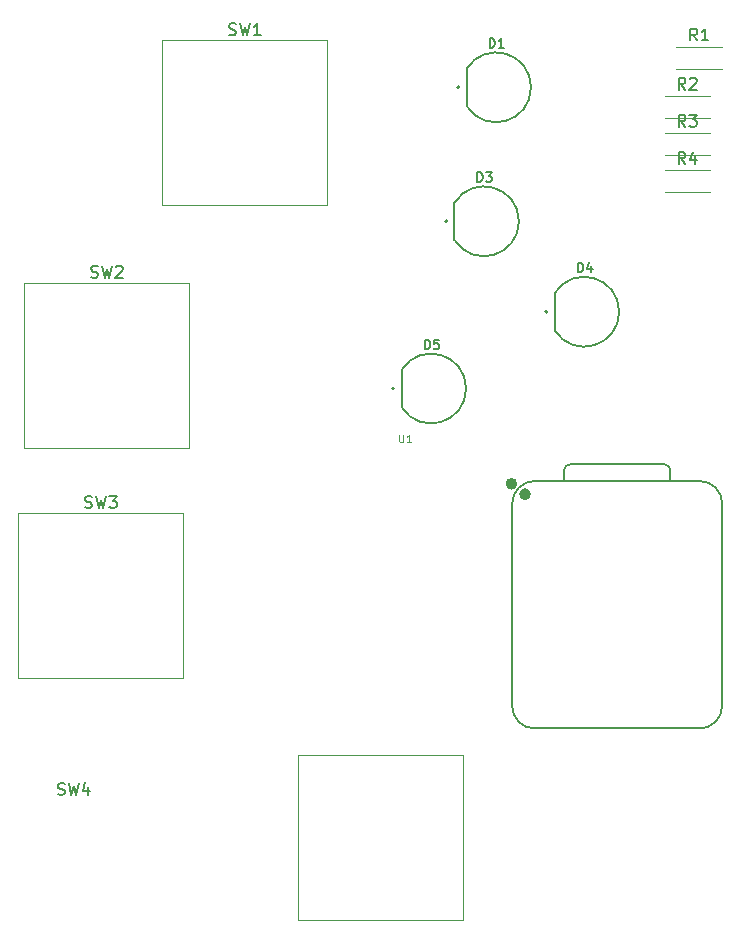
<source format=gbr>
%TF.GenerationSoftware,KiCad,Pcbnew,9.0.2*%
%TF.CreationDate,2025-07-04T20:25:53-04:00*%
%TF.ProjectId,Hack club,4861636b-2063-46c7-9562-2e6b69636164,rev?*%
%TF.SameCoordinates,Original*%
%TF.FileFunction,Legend,Top*%
%TF.FilePolarity,Positive*%
%FSLAX46Y46*%
G04 Gerber Fmt 4.6, Leading zero omitted, Abs format (unit mm)*
G04 Created by KiCad (PCBNEW 9.0.2) date 2025-07-04 20:25:53*
%MOMM*%
%LPD*%
G01*
G04 APERTURE LIST*
%ADD10C,0.150000*%
%ADD11C,0.101600*%
%ADD12C,0.120000*%
%ADD13C,0.127000*%
%ADD14C,0.200000*%
%ADD15C,0.100000*%
%ADD16C,0.504000*%
G04 APERTURE END LIST*
D10*
X87805667Y-91173700D02*
X87948524Y-91221319D01*
X87948524Y-91221319D02*
X88186619Y-91221319D01*
X88186619Y-91221319D02*
X88281857Y-91173700D01*
X88281857Y-91173700D02*
X88329476Y-91126080D01*
X88329476Y-91126080D02*
X88377095Y-91030842D01*
X88377095Y-91030842D02*
X88377095Y-90935604D01*
X88377095Y-90935604D02*
X88329476Y-90840366D01*
X88329476Y-90840366D02*
X88281857Y-90792747D01*
X88281857Y-90792747D02*
X88186619Y-90745128D01*
X88186619Y-90745128D02*
X87996143Y-90697509D01*
X87996143Y-90697509D02*
X87900905Y-90649890D01*
X87900905Y-90649890D02*
X87853286Y-90602271D01*
X87853286Y-90602271D02*
X87805667Y-90507033D01*
X87805667Y-90507033D02*
X87805667Y-90411795D01*
X87805667Y-90411795D02*
X87853286Y-90316557D01*
X87853286Y-90316557D02*
X87900905Y-90268938D01*
X87900905Y-90268938D02*
X87996143Y-90221319D01*
X87996143Y-90221319D02*
X88234238Y-90221319D01*
X88234238Y-90221319D02*
X88377095Y-90268938D01*
X88710429Y-90221319D02*
X88948524Y-91221319D01*
X88948524Y-91221319D02*
X89139000Y-90507033D01*
X89139000Y-90507033D02*
X89329476Y-91221319D01*
X89329476Y-91221319D02*
X89567572Y-90221319D01*
X89853286Y-90221319D02*
X90472333Y-90221319D01*
X90472333Y-90221319D02*
X90139000Y-90602271D01*
X90139000Y-90602271D02*
X90281857Y-90602271D01*
X90281857Y-90602271D02*
X90377095Y-90649890D01*
X90377095Y-90649890D02*
X90424714Y-90697509D01*
X90424714Y-90697509D02*
X90472333Y-90792747D01*
X90472333Y-90792747D02*
X90472333Y-91030842D01*
X90472333Y-91030842D02*
X90424714Y-91126080D01*
X90424714Y-91126080D02*
X90377095Y-91173700D01*
X90377095Y-91173700D02*
X90281857Y-91221319D01*
X90281857Y-91221319D02*
X89996143Y-91221319D01*
X89996143Y-91221319D02*
X89900905Y-91173700D01*
X89900905Y-91173700D02*
X89853286Y-91126080D01*
X121023524Y-63597030D02*
X121023524Y-62797030D01*
X121023524Y-62797030D02*
X121214000Y-62797030D01*
X121214000Y-62797030D02*
X121328286Y-62835125D01*
X121328286Y-62835125D02*
X121404476Y-62911315D01*
X121404476Y-62911315D02*
X121442571Y-62987506D01*
X121442571Y-62987506D02*
X121480667Y-63139887D01*
X121480667Y-63139887D02*
X121480667Y-63254173D01*
X121480667Y-63254173D02*
X121442571Y-63406554D01*
X121442571Y-63406554D02*
X121404476Y-63482744D01*
X121404476Y-63482744D02*
X121328286Y-63558935D01*
X121328286Y-63558935D02*
X121214000Y-63597030D01*
X121214000Y-63597030D02*
X121023524Y-63597030D01*
X121747333Y-62797030D02*
X122242571Y-62797030D01*
X122242571Y-62797030D02*
X121975905Y-63101792D01*
X121975905Y-63101792D02*
X122090190Y-63101792D01*
X122090190Y-63101792D02*
X122166381Y-63139887D01*
X122166381Y-63139887D02*
X122204476Y-63177982D01*
X122204476Y-63177982D02*
X122242571Y-63254173D01*
X122242571Y-63254173D02*
X122242571Y-63444649D01*
X122242571Y-63444649D02*
X122204476Y-63520839D01*
X122204476Y-63520839D02*
X122166381Y-63558935D01*
X122166381Y-63558935D02*
X122090190Y-63597030D01*
X122090190Y-63597030D02*
X121861619Y-63597030D01*
X121861619Y-63597030D02*
X121785428Y-63558935D01*
X121785428Y-63558935D02*
X121747333Y-63520839D01*
X85495667Y-115453700D02*
X85638524Y-115501319D01*
X85638524Y-115501319D02*
X85876619Y-115501319D01*
X85876619Y-115501319D02*
X85971857Y-115453700D01*
X85971857Y-115453700D02*
X86019476Y-115406080D01*
X86019476Y-115406080D02*
X86067095Y-115310842D01*
X86067095Y-115310842D02*
X86067095Y-115215604D01*
X86067095Y-115215604D02*
X86019476Y-115120366D01*
X86019476Y-115120366D02*
X85971857Y-115072747D01*
X85971857Y-115072747D02*
X85876619Y-115025128D01*
X85876619Y-115025128D02*
X85686143Y-114977509D01*
X85686143Y-114977509D02*
X85590905Y-114929890D01*
X85590905Y-114929890D02*
X85543286Y-114882271D01*
X85543286Y-114882271D02*
X85495667Y-114787033D01*
X85495667Y-114787033D02*
X85495667Y-114691795D01*
X85495667Y-114691795D02*
X85543286Y-114596557D01*
X85543286Y-114596557D02*
X85590905Y-114548938D01*
X85590905Y-114548938D02*
X85686143Y-114501319D01*
X85686143Y-114501319D02*
X85924238Y-114501319D01*
X85924238Y-114501319D02*
X86067095Y-114548938D01*
X86400429Y-114501319D02*
X86638524Y-115501319D01*
X86638524Y-115501319D02*
X86829000Y-114787033D01*
X86829000Y-114787033D02*
X87019476Y-115501319D01*
X87019476Y-115501319D02*
X87257572Y-114501319D01*
X88067095Y-114834652D02*
X88067095Y-115501319D01*
X87829000Y-114453700D02*
X87590905Y-115167985D01*
X87590905Y-115167985D02*
X88209952Y-115167985D01*
X129508524Y-71254795D02*
X129508524Y-70454795D01*
X129508524Y-70454795D02*
X129699000Y-70454795D01*
X129699000Y-70454795D02*
X129813286Y-70492890D01*
X129813286Y-70492890D02*
X129889476Y-70569080D01*
X129889476Y-70569080D02*
X129927571Y-70645271D01*
X129927571Y-70645271D02*
X129965667Y-70797652D01*
X129965667Y-70797652D02*
X129965667Y-70911938D01*
X129965667Y-70911938D02*
X129927571Y-71064319D01*
X129927571Y-71064319D02*
X129889476Y-71140509D01*
X129889476Y-71140509D02*
X129813286Y-71216700D01*
X129813286Y-71216700D02*
X129699000Y-71254795D01*
X129699000Y-71254795D02*
X129508524Y-71254795D01*
X130651381Y-70721461D02*
X130651381Y-71254795D01*
X130460905Y-70416700D02*
X130270428Y-70988128D01*
X130270428Y-70988128D02*
X130765667Y-70988128D01*
D11*
X114386190Y-85000608D02*
X114386190Y-85514655D01*
X114386190Y-85514655D02*
X114416428Y-85575131D01*
X114416428Y-85575131D02*
X114446666Y-85605370D01*
X114446666Y-85605370D02*
X114507142Y-85635608D01*
X114507142Y-85635608D02*
X114628095Y-85635608D01*
X114628095Y-85635608D02*
X114688571Y-85605370D01*
X114688571Y-85605370D02*
X114718809Y-85575131D01*
X114718809Y-85575131D02*
X114749047Y-85514655D01*
X114749047Y-85514655D02*
X114749047Y-85000608D01*
X115384047Y-85635608D02*
X115021190Y-85635608D01*
X115202618Y-85635608D02*
X115202618Y-85000608D01*
X115202618Y-85000608D02*
X115142142Y-85091322D01*
X115142142Y-85091322D02*
X115081666Y-85151798D01*
X115081666Y-85151798D02*
X115021190Y-85182036D01*
D10*
X88305667Y-71673700D02*
X88448524Y-71721319D01*
X88448524Y-71721319D02*
X88686619Y-71721319D01*
X88686619Y-71721319D02*
X88781857Y-71673700D01*
X88781857Y-71673700D02*
X88829476Y-71626080D01*
X88829476Y-71626080D02*
X88877095Y-71530842D01*
X88877095Y-71530842D02*
X88877095Y-71435604D01*
X88877095Y-71435604D02*
X88829476Y-71340366D01*
X88829476Y-71340366D02*
X88781857Y-71292747D01*
X88781857Y-71292747D02*
X88686619Y-71245128D01*
X88686619Y-71245128D02*
X88496143Y-71197509D01*
X88496143Y-71197509D02*
X88400905Y-71149890D01*
X88400905Y-71149890D02*
X88353286Y-71102271D01*
X88353286Y-71102271D02*
X88305667Y-71007033D01*
X88305667Y-71007033D02*
X88305667Y-70911795D01*
X88305667Y-70911795D02*
X88353286Y-70816557D01*
X88353286Y-70816557D02*
X88400905Y-70768938D01*
X88400905Y-70768938D02*
X88496143Y-70721319D01*
X88496143Y-70721319D02*
X88734238Y-70721319D01*
X88734238Y-70721319D02*
X88877095Y-70768938D01*
X89210429Y-70721319D02*
X89448524Y-71721319D01*
X89448524Y-71721319D02*
X89639000Y-71007033D01*
X89639000Y-71007033D02*
X89829476Y-71721319D01*
X89829476Y-71721319D02*
X90067572Y-70721319D01*
X90400905Y-70816557D02*
X90448524Y-70768938D01*
X90448524Y-70768938D02*
X90543762Y-70721319D01*
X90543762Y-70721319D02*
X90781857Y-70721319D01*
X90781857Y-70721319D02*
X90877095Y-70768938D01*
X90877095Y-70768938D02*
X90924714Y-70816557D01*
X90924714Y-70816557D02*
X90972333Y-70911795D01*
X90972333Y-70911795D02*
X90972333Y-71007033D01*
X90972333Y-71007033D02*
X90924714Y-71149890D01*
X90924714Y-71149890D02*
X90353286Y-71721319D01*
X90353286Y-71721319D02*
X90972333Y-71721319D01*
X138622333Y-55785319D02*
X138289000Y-55309128D01*
X138050905Y-55785319D02*
X138050905Y-54785319D01*
X138050905Y-54785319D02*
X138431857Y-54785319D01*
X138431857Y-54785319D02*
X138527095Y-54832938D01*
X138527095Y-54832938D02*
X138574714Y-54880557D01*
X138574714Y-54880557D02*
X138622333Y-54975795D01*
X138622333Y-54975795D02*
X138622333Y-55118652D01*
X138622333Y-55118652D02*
X138574714Y-55213890D01*
X138574714Y-55213890D02*
X138527095Y-55261509D01*
X138527095Y-55261509D02*
X138431857Y-55309128D01*
X138431857Y-55309128D02*
X138050905Y-55309128D01*
X139003286Y-54880557D02*
X139050905Y-54832938D01*
X139050905Y-54832938D02*
X139146143Y-54785319D01*
X139146143Y-54785319D02*
X139384238Y-54785319D01*
X139384238Y-54785319D02*
X139479476Y-54832938D01*
X139479476Y-54832938D02*
X139527095Y-54880557D01*
X139527095Y-54880557D02*
X139574714Y-54975795D01*
X139574714Y-54975795D02*
X139574714Y-55071033D01*
X139574714Y-55071033D02*
X139527095Y-55213890D01*
X139527095Y-55213890D02*
X138955667Y-55785319D01*
X138955667Y-55785319D02*
X139574714Y-55785319D01*
X116548524Y-77754795D02*
X116548524Y-76954795D01*
X116548524Y-76954795D02*
X116739000Y-76954795D01*
X116739000Y-76954795D02*
X116853286Y-76992890D01*
X116853286Y-76992890D02*
X116929476Y-77069080D01*
X116929476Y-77069080D02*
X116967571Y-77145271D01*
X116967571Y-77145271D02*
X117005667Y-77297652D01*
X117005667Y-77297652D02*
X117005667Y-77411938D01*
X117005667Y-77411938D02*
X116967571Y-77564319D01*
X116967571Y-77564319D02*
X116929476Y-77640509D01*
X116929476Y-77640509D02*
X116853286Y-77716700D01*
X116853286Y-77716700D02*
X116739000Y-77754795D01*
X116739000Y-77754795D02*
X116548524Y-77754795D01*
X117729476Y-76954795D02*
X117348524Y-76954795D01*
X117348524Y-76954795D02*
X117310428Y-77335747D01*
X117310428Y-77335747D02*
X117348524Y-77297652D01*
X117348524Y-77297652D02*
X117424714Y-77259557D01*
X117424714Y-77259557D02*
X117615190Y-77259557D01*
X117615190Y-77259557D02*
X117691381Y-77297652D01*
X117691381Y-77297652D02*
X117729476Y-77335747D01*
X117729476Y-77335747D02*
X117767571Y-77411938D01*
X117767571Y-77411938D02*
X117767571Y-77602414D01*
X117767571Y-77602414D02*
X117729476Y-77678604D01*
X117729476Y-77678604D02*
X117691381Y-77716700D01*
X117691381Y-77716700D02*
X117615190Y-77754795D01*
X117615190Y-77754795D02*
X117424714Y-77754795D01*
X117424714Y-77754795D02*
X117348524Y-77716700D01*
X117348524Y-77716700D02*
X117310428Y-77678604D01*
X122048524Y-52254795D02*
X122048524Y-51454795D01*
X122048524Y-51454795D02*
X122239000Y-51454795D01*
X122239000Y-51454795D02*
X122353286Y-51492890D01*
X122353286Y-51492890D02*
X122429476Y-51569080D01*
X122429476Y-51569080D02*
X122467571Y-51645271D01*
X122467571Y-51645271D02*
X122505667Y-51797652D01*
X122505667Y-51797652D02*
X122505667Y-51911938D01*
X122505667Y-51911938D02*
X122467571Y-52064319D01*
X122467571Y-52064319D02*
X122429476Y-52140509D01*
X122429476Y-52140509D02*
X122353286Y-52216700D01*
X122353286Y-52216700D02*
X122239000Y-52254795D01*
X122239000Y-52254795D02*
X122048524Y-52254795D01*
X123267571Y-52254795D02*
X122810428Y-52254795D01*
X123039000Y-52254795D02*
X123039000Y-51454795D01*
X123039000Y-51454795D02*
X122962809Y-51569080D01*
X122962809Y-51569080D02*
X122886619Y-51645271D01*
X122886619Y-51645271D02*
X122810428Y-51683366D01*
X99995667Y-51133700D02*
X100138524Y-51181319D01*
X100138524Y-51181319D02*
X100376619Y-51181319D01*
X100376619Y-51181319D02*
X100471857Y-51133700D01*
X100471857Y-51133700D02*
X100519476Y-51086080D01*
X100519476Y-51086080D02*
X100567095Y-50990842D01*
X100567095Y-50990842D02*
X100567095Y-50895604D01*
X100567095Y-50895604D02*
X100519476Y-50800366D01*
X100519476Y-50800366D02*
X100471857Y-50752747D01*
X100471857Y-50752747D02*
X100376619Y-50705128D01*
X100376619Y-50705128D02*
X100186143Y-50657509D01*
X100186143Y-50657509D02*
X100090905Y-50609890D01*
X100090905Y-50609890D02*
X100043286Y-50562271D01*
X100043286Y-50562271D02*
X99995667Y-50467033D01*
X99995667Y-50467033D02*
X99995667Y-50371795D01*
X99995667Y-50371795D02*
X100043286Y-50276557D01*
X100043286Y-50276557D02*
X100090905Y-50228938D01*
X100090905Y-50228938D02*
X100186143Y-50181319D01*
X100186143Y-50181319D02*
X100424238Y-50181319D01*
X100424238Y-50181319D02*
X100567095Y-50228938D01*
X100900429Y-50181319D02*
X101138524Y-51181319D01*
X101138524Y-51181319D02*
X101329000Y-50467033D01*
X101329000Y-50467033D02*
X101519476Y-51181319D01*
X101519476Y-51181319D02*
X101757572Y-50181319D01*
X102662333Y-51181319D02*
X102090905Y-51181319D01*
X102376619Y-51181319D02*
X102376619Y-50181319D01*
X102376619Y-50181319D02*
X102281381Y-50324176D01*
X102281381Y-50324176D02*
X102186143Y-50419414D01*
X102186143Y-50419414D02*
X102090905Y-50467033D01*
X138622333Y-58935319D02*
X138289000Y-58459128D01*
X138050905Y-58935319D02*
X138050905Y-57935319D01*
X138050905Y-57935319D02*
X138431857Y-57935319D01*
X138431857Y-57935319D02*
X138527095Y-57982938D01*
X138527095Y-57982938D02*
X138574714Y-58030557D01*
X138574714Y-58030557D02*
X138622333Y-58125795D01*
X138622333Y-58125795D02*
X138622333Y-58268652D01*
X138622333Y-58268652D02*
X138574714Y-58363890D01*
X138574714Y-58363890D02*
X138527095Y-58411509D01*
X138527095Y-58411509D02*
X138431857Y-58459128D01*
X138431857Y-58459128D02*
X138050905Y-58459128D01*
X138955667Y-57935319D02*
X139574714Y-57935319D01*
X139574714Y-57935319D02*
X139241381Y-58316271D01*
X139241381Y-58316271D02*
X139384238Y-58316271D01*
X139384238Y-58316271D02*
X139479476Y-58363890D01*
X139479476Y-58363890D02*
X139527095Y-58411509D01*
X139527095Y-58411509D02*
X139574714Y-58506747D01*
X139574714Y-58506747D02*
X139574714Y-58744842D01*
X139574714Y-58744842D02*
X139527095Y-58840080D01*
X139527095Y-58840080D02*
X139479476Y-58887700D01*
X139479476Y-58887700D02*
X139384238Y-58935319D01*
X139384238Y-58935319D02*
X139098524Y-58935319D01*
X139098524Y-58935319D02*
X139003286Y-58887700D01*
X139003286Y-58887700D02*
X138955667Y-58840080D01*
X138622333Y-62085319D02*
X138289000Y-61609128D01*
X138050905Y-62085319D02*
X138050905Y-61085319D01*
X138050905Y-61085319D02*
X138431857Y-61085319D01*
X138431857Y-61085319D02*
X138527095Y-61132938D01*
X138527095Y-61132938D02*
X138574714Y-61180557D01*
X138574714Y-61180557D02*
X138622333Y-61275795D01*
X138622333Y-61275795D02*
X138622333Y-61418652D01*
X138622333Y-61418652D02*
X138574714Y-61513890D01*
X138574714Y-61513890D02*
X138527095Y-61561509D01*
X138527095Y-61561509D02*
X138431857Y-61609128D01*
X138431857Y-61609128D02*
X138050905Y-61609128D01*
X139479476Y-61418652D02*
X139479476Y-62085319D01*
X139241381Y-61037700D02*
X139003286Y-61751985D01*
X139003286Y-61751985D02*
X139622333Y-61751985D01*
X139622333Y-51635319D02*
X139289000Y-51159128D01*
X139050905Y-51635319D02*
X139050905Y-50635319D01*
X139050905Y-50635319D02*
X139431857Y-50635319D01*
X139431857Y-50635319D02*
X139527095Y-50682938D01*
X139527095Y-50682938D02*
X139574714Y-50730557D01*
X139574714Y-50730557D02*
X139622333Y-50825795D01*
X139622333Y-50825795D02*
X139622333Y-50968652D01*
X139622333Y-50968652D02*
X139574714Y-51063890D01*
X139574714Y-51063890D02*
X139527095Y-51111509D01*
X139527095Y-51111509D02*
X139431857Y-51159128D01*
X139431857Y-51159128D02*
X139050905Y-51159128D01*
X140574714Y-51635319D02*
X140003286Y-51635319D01*
X140289000Y-51635319D02*
X140289000Y-50635319D01*
X140289000Y-50635319D02*
X140193762Y-50778176D01*
X140193762Y-50778176D02*
X140098524Y-50873414D01*
X140098524Y-50873414D02*
X140003286Y-50921033D01*
D12*
%TO.C,SW3*%
X82154000Y-91655500D02*
X96124000Y-91655500D01*
X82154000Y-105625500D02*
X82154000Y-91655500D01*
X96124000Y-91655500D02*
X96124000Y-105625500D01*
X96124000Y-105625500D02*
X82154000Y-105625500D01*
D13*
%TO.C,D3*%
X119074000Y-65376735D02*
X119074000Y-68508735D01*
X119074000Y-65376735D02*
G75*
G02*
X119074000Y-68508735I2506124J-1566000D01*
G01*
D14*
X118474000Y-66942735D02*
G75*
G02*
X118274000Y-66942735I-100000J0D01*
G01*
X118274000Y-66942735D02*
G75*
G02*
X118474000Y-66942735I100000J0D01*
G01*
D12*
%TO.C,SW4*%
X105844000Y-112115500D02*
X119814000Y-112115500D01*
X105844000Y-126085500D02*
X105844000Y-112115500D01*
X119814000Y-112115500D02*
X119814000Y-126085500D01*
X119814000Y-126085500D02*
X105844000Y-126085500D01*
D13*
%TO.C,D4*%
X127559000Y-73034500D02*
X127559000Y-76166500D01*
X127559000Y-73034500D02*
G75*
G02*
X127559000Y-76166500I2506124J-1566000D01*
G01*
D14*
X126959000Y-74600500D02*
G75*
G02*
X126759000Y-74600500I-100000J0D01*
G01*
X126759000Y-74600500D02*
G75*
G02*
X126959000Y-74600500I100000J0D01*
G01*
D13*
%TO.C,U1*%
X123965000Y-107979000D02*
X123965000Y-90834000D01*
X125870000Y-109884000D02*
X139840000Y-109884000D01*
X128360000Y-88929000D02*
X128363728Y-88018728D01*
X128863728Y-87519000D02*
X136859000Y-87519000D01*
X137359000Y-88019000D02*
X137359000Y-88929000D01*
D15*
X139840000Y-88929000D02*
X125870000Y-88929000D01*
D13*
X139840000Y-88929000D02*
X125870000Y-88929000D01*
X141745000Y-107979000D02*
X141745000Y-90834000D01*
X123965000Y-90834000D02*
G75*
G02*
X125870000Y-88929000I1905001J-1D01*
G01*
X125870000Y-109884000D02*
G75*
G02*
X123965000Y-107979000I1J1905001D01*
G01*
X128363728Y-88018728D02*
G75*
G02*
X128863728Y-87519001I500018J-291D01*
G01*
X136859000Y-87519000D02*
G75*
G02*
X137359000Y-88019000I0J-500000D01*
G01*
X139840000Y-88929000D02*
G75*
G02*
X141745000Y-90834000I0J-1905000D01*
G01*
X141745000Y-107979000D02*
G75*
G02*
X139840000Y-109884000I-1905000J0D01*
G01*
D16*
X124157000Y-89170000D02*
G75*
G02*
X123653000Y-89170000I-252000J0D01*
G01*
X123653000Y-89170000D02*
G75*
G02*
X124157000Y-89170000I252000J0D01*
G01*
X125300000Y-90050000D02*
G75*
G02*
X124796000Y-90050000I-252000J0D01*
G01*
X124796000Y-90050000D02*
G75*
G02*
X125300000Y-90050000I252000J0D01*
G01*
D12*
%TO.C,SW2*%
X82654000Y-72155500D02*
X96624000Y-72155500D01*
X82654000Y-86125500D02*
X82654000Y-72155500D01*
X96624000Y-72155500D02*
X96624000Y-86125500D01*
X96624000Y-86125500D02*
X82654000Y-86125500D01*
%TO.C,R2*%
X136869000Y-56330500D02*
X140709000Y-56330500D01*
X136869000Y-58170500D02*
X140709000Y-58170500D01*
D13*
%TO.C,D5*%
X114599000Y-79534500D02*
X114599000Y-82666500D01*
X114599000Y-79534500D02*
G75*
G02*
X114599000Y-82666500I2506124J-1566000D01*
G01*
D14*
X113999000Y-81100500D02*
G75*
G02*
X113799000Y-81100500I-100000J0D01*
G01*
X113799000Y-81100500D02*
G75*
G02*
X113999000Y-81100500I100000J0D01*
G01*
D13*
%TO.C,D1*%
X120099000Y-54034500D02*
X120099000Y-57166500D01*
X120099000Y-54034500D02*
G75*
G02*
X120099000Y-57166500I2506124J-1566000D01*
G01*
D14*
X119499000Y-55600500D02*
G75*
G02*
X119299000Y-55600500I-100000J0D01*
G01*
X119299000Y-55600500D02*
G75*
G02*
X119499000Y-55600500I100000J0D01*
G01*
D12*
%TO.C,SW1*%
X94344000Y-51615500D02*
X108314000Y-51615500D01*
X94344000Y-65585500D02*
X94344000Y-51615500D01*
X108314000Y-51615500D02*
X108314000Y-65585500D01*
X108314000Y-65585500D02*
X94344000Y-65585500D01*
%TO.C,R3*%
X136869000Y-59480500D02*
X140709000Y-59480500D01*
X136869000Y-61320500D02*
X140709000Y-61320500D01*
%TO.C,R4*%
X136869000Y-62630500D02*
X140709000Y-62630500D01*
X136869000Y-64470500D02*
X140709000Y-64470500D01*
%TO.C,R1*%
X137869000Y-52180500D02*
X141709000Y-52180500D01*
X137869000Y-54020500D02*
X141709000Y-54020500D01*
%TD*%
M02*

</source>
